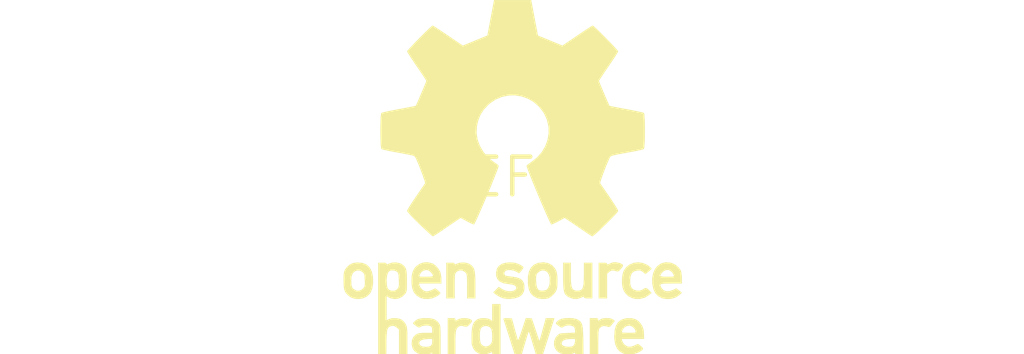
<source format=kicad_pcb>
(kicad_pcb (version 20240108) (generator pcbnew)
  (layers (0 "F.Cu" signal) (31 "B.Cu" signal) (34 "B.Paste" user) (35 "F.Paste" user) (36 "B.SilkS" user "B.Silkscreen") (37 "F.SilkS" user "F.Silkscreen") (38 "B.Mask" user) (39 "F.Mask" user) (44 "Edge.Cuts" user))
  (net 0 "")
  (footprint "OSHW-Logo_11.4x12mm_SilkScreen" (layer "F.Cu") (at 0 0)
    (property "Reference" "REF**")
    (property "Value" "OSHW-Logo_11.4x12mm_SilkScreen")
    (fp_poly (pts (xy 3.563637 2.887472) (xy 3.64929 2.913641) (xy 3.704437 2.946707) (xy 3.722401 2.972855) (xy 3.717457 3.003852) (xy 3.685372 3.052547) (xy 3.658243 3.087035) (xy 3.602317 3.149383) (xy 3.560299 3.175615) (xy 3.52448 3.173903) (xy 3.418224 3.146863) (xy 3.340189 3.148091) (xy 3.27682 3.178735) (xy 3.255546 3.19667) (xy 3.187451 3.259779) (xy 3.187451 4.083922) (xy 2.913529 4.083922) (xy 2.913529 2.888628) (xy 3.05049 2.888628) (xy 3.132719 2.891879) (xy 3.175144 2.903426) (xy 3.187445 2.925952) (xy 3.187451 2.92662) (xy 3.19326 2.950215) (xy 3.219531 2.947138) (xy 3.255931 2.930115) (xy 3.331111 2.898439) (xy 3.392158 2.879381) (xy 3.470708 2.874496) (xy 3.563637 2.887472)) (layer "F.SilkS") (stroke (width 0.01)) (fill solid))
    (fp_poly (pts (xy 3.238446 4.755883) (xy 3.334177 4.774755) (xy 3.388677 4.802699) (xy 3.446008 4.849123) (xy 3.364441 4.952111) (xy 3.31415 5.014479) (xy 3.280001 5.044907) (xy 3.246063 5.049555) (xy 3.196406 5.034586) (xy 3.173096 5.026117) (xy 3.078063 5.013622) (xy 2.991032 5.040406) (xy 2.927138 5.100915) (xy 2.916759 5.120208) (xy 2.905456 5.171314) (xy 2.896732 5.2655) (xy 2.890997 5.396089) (xy 2.88866 5.556405) (xy 2.888627 5.579211) (xy 2.888627 5.976471) (xy 2.614705 5.976471) (xy 2.614705 4.756275) (xy 2.751666 4.756275) (xy 2.830638 4.758337) (xy 2.871779 4.767513) (xy 2.886992 4.78829) (xy 2.888627 4.807886) (xy 2.888627 4.859497) (xy 2.95424 4.807886) (xy 3.029475 4.772675) (xy 3.130544 4.755265) (xy 3.238446 4.755883)) (layer "F.SilkS") (stroke (width 0.01)) (fill solid))
    (fp_poly (pts (xy -1.967236 4.758921) (xy -1.92997 4.770091) (xy -1.917957 4.794633) (xy -1.917451 4.805712) (xy -1.915296 4.836572) (xy -1.900449 4.841417) (xy -1.860343 4.82026) (xy -1.83652 4.805806) (xy -1.761362 4.77485) (xy -1.671594 4.759544) (xy -1.577471 4.758367) (xy -1.489246 4.769799) (xy -1.417174 4.79232) (xy -1.371508 4.824409) (xy -1.362502 4.864545) (xy -1.367047 4.875415) (xy -1.400179 4.920534) (xy -1.451555 4.976026) (xy -1.460848 4.984996) (xy -1.509818 5.026245) (xy -1.552069 5.039572) (xy -1.611159 5.030271) (xy -1.634831 5.02409) (xy -1.708496 5.009246) (xy -1.76029 5.015921) (xy -1.804031 5.039465) (xy -1.844098 5.071061) (xy -1.873608 5.110798) (xy -1.894116 5.166252) (xy -1.907176 5.245003) (xy -1.914344 5.354629) (xy -1.917176 5.502706) (xy -1.917451 5.592111) (xy -1.917451 5.976471) (xy -2.166471 5.976471) (xy -2.166471 4.756275) (xy -2.041961 4.756275) (xy -1.967236 4.758921)) (layer "F.SilkS") (stroke (width 0.01)) (fill solid))
    (fp_poly (pts (xy 1.967254 3.276245) (xy 1.969608 3.458879) (xy 1.978207 3.5976) (xy 1.99536 3.698147) (xy 2.023374 3.766254) (xy 2.064557 3.807659) (xy 2.121217 3.828097) (xy 2.191372 3.833318) (xy 2.264848 3.827468) (xy 2.320657 3.806093) (xy 2.361109 3.763458) (xy 2.388509 3.693825) (xy 2.405167 3.59146) (xy 2.413389 3.450624) (xy 2.41549 3.276245) (xy 2.41549 2.888628) (xy 2.689411 2.888628) (xy 2.689411 4.083922) (xy 2.552451 4.083922) (xy 2.469884 4.080576) (xy 2.427368 4.068826) (xy 2.41549 4.04652) (xy 2.408336 4.026654) (xy 2.379865 4.030857) (xy 2.322476 4.058971) (xy 2.190945 4.102342) (xy 2.051438 4.09927) (xy 1.917765 4.052174) (xy 1.854108 4.014971) (xy 1.805553 3.974691) (xy 1.770081 3.924291) (xy 1.745674 3.856729) (xy 1.730313 3.764965) (xy 1.721982 3.641955) (xy 1.718662 3.480659) (xy 1.718235 3.355928) (xy 1.718235 2.888628) (xy 1.967254 2.888628) (xy 1.967254 3.276245)) (layer "F.SilkS") (stroke (width 0.01)) (fill solid))
    (fp_poly (pts (xy -1.49324 2.909199) (xy -1.431264 2.938802) (xy -1.371241 2.981561) (xy -1.325514 3.030775) (xy -1.292207 3.093544) (xy -1.269445 3.176971) (xy -1.255353 3.288159) (xy -1.248058 3.434209) (xy -1.245682 3.622223) (xy -1.245645 3.641912) (xy -1.245098 4.083922) (xy -1.51902 4.083922) (xy -1.51902 3.676435) (xy -1.519215 3.525471) (xy -1.520564 3.416056) (xy -1.524212 3.339933) (xy -1.531304 3.288848) (xy -1.542987 3.254545) (xy -1.560406 3.228768) (xy -1.584671 3.203298) (xy -1.669565 3.148571) (xy -1.762239 3.138416) (xy -1.850527 3.173017) (xy -1.88123 3.19877) (xy -1.903771 3.222982) (xy -1.919954 3.248912) (xy -1.930832 3.284708) (xy -1.937458 3.338519) (xy -1.940885 3.418493) (xy -1.942166 3.532779) (xy -1.942353 3.671907) (xy -1.942353 4.083922) (xy -2.216275 4.083922) (xy -2.216275 2.888628) (xy -2.079314 2.888628) (xy -1.997084 2.891879) (xy -1.95466 2.903426) (xy -1.942359 2.925952) (xy -1.942353 2.92662) (xy -1.936646 2.948681) (xy -1.911473 2.946177) (xy -1.861422 2.921937) (xy -1.747906 2.886271) (xy -1.618055 2.882305) (xy -1.49324 2.909199)) (layer "F.SilkS") (stroke (width 0.01)) (fill solid))
    (fp_poly (pts (xy 4.390976 2.899056) (xy 4.535256 2.960348) (xy 4.580699 2.990185) (xy 4.638779 3.036036) (xy 4.675238 3.072089) (xy 4.681568 3.083832) (xy 4.663693 3.109889) (xy 4.61795 3.154105) (xy 4.581328 3.184965) (xy 4.481088 3.26552) (xy 4.401935 3.198918) (xy 4.340769 3.155921) (xy 4.281129 3.141079) (xy 4.212872 3.144704) (xy 4.104482 3.171652) (xy 4.029872 3.227587) (xy 3.98453 3.318014) (xy 3.963947 3.448435) (xy 3.963942 3.448517) (xy 3.965722 3.59429) (xy 3.993387 3.701245) (xy 4.048571 3.774064) (xy 4.086192 3.798723) (xy 4.186105 3.829431) (xy 4.292822 3.829449) (xy 4.385669 3.799655) (xy 4.407647 3.785098) (xy 4.462765 3.747914) (xy 4.505859 3.74182) (xy 4.552335 3.769496) (xy 4.603716 3.819205) (xy 4.685046 3.903116) (xy 4.594749 3.977546) (xy 4.455236 4.061549) (xy 4.297912 4.102947) (xy 4.133503 4.09995) (xy 4.025531 4.0725) (xy 3.899331 4.00462) (xy 3.798401 3.897831) (xy 3.752548 3.822451) (xy 3.71541 3.714297) (xy 3.696827 3.577318) (xy 3.696684 3.428864) (xy 3.714865 3.286281) (xy 3.751255 3.166918) (xy 3.756987 3.15468) (xy 3.841865 3.034655) (xy 3.956782 2.947267) (xy 4.092659 2.894329) (xy 4.240417 2.877654) (xy 4.390976 2.899056)) (layer "F.SilkS") (stroke (width 0.01)) (fill solid))
    (fp_poly (pts (xy 1.209547 2.903364) (xy 1.335502 2.971959) (xy 1.434047 3.080245) (xy 1.480478 3.168315) (xy 1.500412 3.246101) (xy 1.513328 3.356993) (xy 1.518863 3.484738) (xy 1.516654 3.613084) (xy 1.506337 3.725779) (xy 1.494286 3.785969) (xy 1.453634 3.868311) (xy 1.38323 3.95577) (xy 1.298382 4.032251) (xy 1.214397 4.081655) (xy 1.212349 4.082439) (xy 1.108134 4.104027) (xy 0.984627 4.104562) (xy 0.867261 4.084908) (xy 0.821942 4.069155) (xy 0.70522 4.002966) (xy 0.621624 3.916246) (xy 0.566701 3.801438) (xy 0.535995 3.650982) (xy 0.529047 3.572173) (xy 0.529933 3.473145) (xy 0.796862 3.473145) (xy 0.805854 3.617645) (xy 0.831736 3.72776) (xy 0.872868 3.798116) (xy 0.902172 3.818235) (xy 0.977251 3.832265) (xy 1.066494 3.828111) (xy 1.14365 3.807922) (xy 1.163883 3.796815) (xy 1.217265 3.732123) (xy 1.2525 3.633119) (xy 1.267498 3.512632) (xy 1.260172 3.383494) (xy 1.243799 3.305775) (xy 1.19679 3.215771) (xy 1.122582 3.159509) (xy 1.033209 3.140057) (xy 0.940707 3.160481) (xy 0.869653 3.210437) (xy 0.832312 3.251655) (xy 0.810518 3.292281) (xy 0.80013 3.347264) (xy 0.797006 3.431549) (xy 0.796862 3.473145) (xy 0.529933 3.473145) (xy 0.53093 3.361874) (xy 0.56518 3.189423) (xy 0.631802 3.054814) (xy 0.730799 2.95804) (xy 0.862175 2.899094) (xy 0.890385 2.892259) (xy 1.059926 2.876213) (xy 1.209547 2.903364)) (layer "F.SilkS") (stroke (width 0.01)) (fill solid))
    (fp_poly (pts (xy 0.557528 4.761332) (xy 0.656014 4.768726) (xy 0.784776 5.154706) (xy 0.913537 5.540686) (xy 0.953911 5.403726) (xy 0.978207 5.319083) (xy 1.010167 5.204697) (xy 1.044679 5.078963) (xy 1.062928 5.01152) (xy 1.131571 4.756275) (xy 1.414773 4.756275) (xy 1.330122 5.023971) (xy 1.288435 5.155638) (xy 1.238074 5.314458) (xy 1.185481 5.480128) (xy 1.13853 5.627843) (xy 1.031589 5.96402) (xy 0.800661 5.979044) (xy 0.73805 5.772316) (xy 0.699438 5.643896) (xy 0.6573 5.502322) (xy 0.620472 5.377285) (xy 0.619018 5.372309) (xy 0.591511 5.287586) (xy 0.567242 5.229778) (xy 0.550243 5.207918) (xy 0.54675 5.210446) (xy 0.53449 5.244336) (xy 0.511195 5.31693) (xy 0.4797 5.419101) (xy 0.442842 5.54172) (xy 0.422899 5.609167) (xy 0.314895 5.976471) (xy 0.085679 5.976471) (xy -0.097561 5.3975) (xy -0.149037 5.235091) (xy -0.19593 5.087602) (xy -0.236023 4.96196) (xy -0.267103 4.865095) (xy -0.286955 4.803934) (xy -0.292989 4.786065) (xy -0.288212 4.767768) (xy -0.250703 4.759755) (xy -0.172645 4.760557) (xy -0.160426 4.761163) (xy -0.015674 4.768726) (xy 0.07913 5.117353) (xy 0.113977 5.244497) (xy 0.145117 5.356265) (xy 0.169809 5.442953) (xy 0.185312 5.494856) (xy 0.188176 5.503318) (xy 0.200046 5.493587) (xy 0.223983 5.443172) (xy 0.257239 5.358935) (xy 0.297064 5.247741) (xy 0.33073 5.147297) (xy 0.459041 4.753939) (xy 0.557528 4.761332)) (layer "F.SilkS") (stroke (width 0.01)) (fill solid))
    (fp_poly (pts (xy -5.026753 2.901568) (xy -4.896478 2.959163) (xy -4.797581 3.055334) (xy -4.729918 3.190229) (xy -4.693345 3.363996) (xy -4.690724 3.391126) (xy -4.68867 3.582408) (xy -4.715301 3.750073) (xy -4.768999 3.885967) (xy -4.797753 3.929681) (xy -4.897909 4.022198) (xy -5.025463 4.082119) (xy -5.168163 4.106985) (xy -5.31376 4.094339) (xy -5.424438 4.055391) (xy -5.519616 3.989755) (xy -5.597406 3.903699) (xy -5.598751 3.901685) (xy -5.630343 3.84857) (xy -5.650873 3.79516) (xy -5.663305 3.727754) (xy -5.670603 3.632653) (xy -5.673818 3.554666) (xy -5.675156 3.483944) (xy -5.426186 3.483944) (xy -5.423753 3.554348) (xy -5.41492 3.648068) (xy -5.399336 3.708214) (xy -5.371234 3.751006) (xy -5.344914 3.776002) (xy -5.251608 3.828338) (xy -5.15398 3.835333) (xy -5.063058 3.797676) (xy -5.017598 3.755479) (xy -4.984838 3.712956) (xy -4.965677 3.672267) (xy -4.957267 3.619314) (xy -4.956763 3.539997) (xy -4.959355 3.46695) (xy -4.964929 3.362601) (xy -4.973766 3.29492) (xy -4.989693 3.250774) (xy -5.016538 3.217031) (xy -5.037811 3.197746) (xy -5.126794 3.147086) (xy -5.222789 3.14456) (xy -5.303281 3.174567) (xy -5.371947 3.237231) (xy -5.412856 3.340168) (xy -5.426186 3.483944) (xy -5.675156 3.483944) (xy -5.676754 3.399582) (xy -5.67174 3.2836) (xy -5.656717 3.196367) (xy -5.629624 3.12753) (xy -5.5884 3.066737) (xy -5.573115 3.048686) (xy -5.477546 2.958746) (xy -5.375039 2.906211) (xy -5.249679 2.884201) (xy -5.18855 2.882402) (xy -5.026753 2.901568)) (layer "F.SilkS") (stroke (width 0.01)) (fill solid))
    (fp_poly (pts (xy -0.398432 5.976471) (xy -0.535393 5.976471) (xy -0.614889 5.97414) (xy -0.656292 5.964488) (xy -0.671199 5.943525) (xy -0.672353 5.929351) (xy -0.674867 5.900927) (xy -0.69072 5.895475) (xy -0.732379 5.912998) (xy -0.764776 5.929351) (xy -0.889151 5.968103) (xy -1.024354 5.970346) (xy -1.134274 5.941444) (xy -1.236634 5.871619) (xy -1.31466 5.768555) (xy -1.357386 5.646989) (xy -1.358474 5.640192) (xy -1.364822 5.566032) (xy -1.367979 5.45957) (xy -1.367725 5.379052) (xy -1.095711 5.379052) (xy -1.08941 5.48607) (xy -1.075075 5.574278) (xy -1.055669 5.62409) (xy -0.982254 5.692162) (xy -0.895086 5.716564) (xy -0.805196 5.696831) (xy -0.728383 5.637968) (xy -0.699292 5.598379) (xy -0.682283 5.551138) (xy -0.674316 5.482181) (xy -0.672353 5.378607) (xy -0.675866 5.276039) (xy -0.685143 5.185921) (xy -0.698294 5.125613) (xy -0.700486 5.120208) (xy -0.753522 5.05594) (xy -0.830933 5.020656) (xy -0.917546 5.014959) (xy -0.998193 5.039453) (xy -1.057703 5.094742) (xy -1.063876 5.105743) (xy -1.083199 5.172827) (xy -1.093726 5.269284) (xy -1.095711 5.379052) (xy -1.367725 5.379052) (xy -1.367596 5.338225) (xy -1.365806 5.272918) (xy -1.353627 5.111355) (xy -1.328315 4.990053) (xy -1.286207 4.900379) (xy -1.223641 4.833699) (xy -1.1629 4.794557) (xy -1.078036 4.76704) (xy -0.972485 4.757603) (xy -0.864402 4.76529) (xy -0.771942 4.789146) (xy -0.72309 4.817685) (xy -0.672353 4.863601) (xy -0.672353 4.283137) (xy -0.398432 4.283137) (xy -0.398432 5.976471)) (layer "F.SilkS") (stroke (width 0.01)) (fill solid))
    (fp_poly (pts (xy 5.303287 2.884355) (xy 5.367051 2.899845) (xy 5.4893 2.956569) (xy 5.593834 3.043202) (xy 5.66618 3.147074) (xy 5.676119 3.170396) (xy 5.689754 3.231484) (xy 5.699298 3.321853) (xy 5.702549 3.41319) (xy 5.702549 3.585882) (xy 5.34147 3.585882) (xy 5.192546 3.586445) (xy 5.087632 3.589864) (xy 5.020937 3.598731) (xy 4.986666 3.615641) (xy 4.979028 3.643189) (xy 4.992229 3.683968) (xy 5.015877 3.731683) (xy 5.081843 3.811314) (xy 5.173512 3.850987) (xy 5.285555 3.849695) (xy 5.412472 3.806514) (xy 5.522158 3.753224) (xy 5.613173 3.825191) (xy 5.704188 3.897157) (xy 5.618563 3.976269) (xy 5.50425 4.051017) (xy 5.363666 4.096084) (xy 5.212449 4.108696) (xy 5.066236 4.086079) (xy 5.042647 4.078405) (xy 4.914141 4.011296) (xy 4.818551 3.911247) (xy 4.753861 3.775271) (xy 4.718057 3.60038) (xy 4.71764 3.596632) (xy 4.714434 3.406032) (xy 4.727393 3.338035) (xy 4.980392 3.338035) (xy 5.003627 3.348491) (xy 5.06671 3.3565) (xy 5.159706 3.361073) (xy 5.218638 3.361765) (xy 5.328537 3.361332) (xy 5.397252 3.358578) (xy 5.433405 3.351321) (xy 5.445615 3.337376) (xy 5.442504 3.314562) (xy 5.439894 3.305735) (xy 5.395344 3.2228) (xy 5.325279 3.15596) (xy 5.263446 3.126589) (xy 5.181301 3.128362) (xy 5.098062 3.16499) (xy 5.028238 3.225634) (xy 4.986337 3.299456) (xy 4.980392 3.338035) (xy 4.727393 3.338035) (xy 4.746385 3.238395) (xy 4.809773 3.097711) (xy 4.900878 2.987974) (xy 5.015978 2.913174) (xy 5.151355 2.877304) (xy 5.303287 2.884355)) (layer "F.SilkS") (stroke (width 0.01)) (fill solid))
    (fp_poly (pts (xy 0.027759 2.884345) (xy 0.122059 2.902229) (xy 0.21989 2.939633) (xy 0.230343 2.944402) (xy 0.304531 2.983412) (xy 0.35591 3.019664) (xy 0.372517 3.042887) (xy 0.356702 3.080761) (xy 0.318288 3.136644) (xy 0.301237 3.157505) (xy 0.230969 3.239618) (xy 0.140379 3.186168) (xy 0.054164 3.150561) (xy -0.045451 3.131529) (xy -0.140981 3.130326) (xy -0.214939 3.14821) (xy -0.232688 3.159373) (xy -0.266488 3.210553) (xy -0.270596 3.269509) (xy -0.245304 3.315567) (xy -0.230344 3.324499) (xy -0.185514 3.335592) (xy -0.106714 3.34863) (xy -0.009574 3.361088) (xy 0.008346 3.363042) (xy 0.164365 3.39003) (xy 0.277523 3.435873) (xy 0.352569 3.504803) (xy 0.394253 3.601054) (xy 0.407238 3.718617) (xy 0.389299 3.852254) (xy 0.33105 3.957195) (xy 0.232255 4.03363) (xy 0.092682 4.081748) (xy -0.062255 4.100732) (xy -0.188602 4.100504) (xy -0.291087 4.083262) (xy -0.361079 4.059457) (xy -0.449517 4.017978) (xy -0.531246 3.969842) (xy -0.560295 3.948655) (xy -0.635 3.887676) (xy -0.544902 3.796508) (xy -0.454804 3.705339) (xy -0.352368 3.773128) (xy -0.249626 3.824042) (xy -0.139913 3.850673) (xy -0.034449 3.853483) (xy 0.055546 3.832935) (xy 0.118854 3.789493) (xy 0.139296 3.752838) (xy 0.136229 3.694053) (xy 0.085434 3.649099) (xy -0.012952 3.618057) (xy -0.120744 3.60371) (xy -0.286635 3.576337) (xy -0.409876 3.524693) (xy -0.492114 3.447266) (xy -0.534999 3.342544) (xy -0.54094 3.218387) (xy -0.511594 3.088702) (xy -0.444691 2.990677) (xy -0.339629 2.923866) (xy -0.19581 2.88782) (xy -0.089262 2.880754) (xy 0.027759 2.884345)) (layer "F.SilkS") (stroke (width 0.01)) (fill solid))
    (fp_poly (pts (xy 4.025307 4.762784) (xy 4.144337 4.793731) (xy 4.244021 4.8576) (xy 4.292288 4.905313) (xy 4.371408 5.018106) (xy 4.416752 5.14895) (xy 4.43233 5.309792) (xy 4.43241 5.322794) (xy 4.432549 5.45353) (xy 3.680091 5.45353) (xy 3.69613 5.52201) (xy 3.725091 5.584031) (xy 3.775778 5.648654) (xy 3.786379 5.658971) (xy 3.877494 5.714805) (xy 3.9814 5.724275) (xy 4.101 5.68754) (xy 4.121274 5.677647) (xy 4.183456 5.647574) (xy 4.225106 5.63044) (xy 4.232373 5.628855) (xy 4.25774 5.644242) (xy 4.30612 5.681887) (xy 4.330679 5.702459) (xy 4.38157 5.749714) (xy 4.398281 5.780917) (xy 4.386683 5.80962) (xy 4.380483 5.817468) (xy 4.338493 5.851819) (xy 4.269206 5.893565) (xy 4.220882 5.917935) (xy 4.083711 5.960873) (xy 3.931847 5.974786) (xy 3.788024 5.9583) (xy 3.747745 5.946496) (xy 3.623078 5.879689) (xy 3.530671 5.776892) (xy 3.46999 5.637105) (xy 3.440498 5.45933) (xy 3.43726 5.366373) (xy 3.446714 5.231033) (xy 3.68549 5.231033) (xy 3.708584 5.241038) (xy 3.770662 5.248888) (xy 3.860914 5.253521) (xy 3.922058 5.254314) (xy 4.03204 5.253549) (xy 4.101457 5.24997) (xy 4.139538 5.241649) (xy 4.155515 5.226657) (xy 4.158627 5.204903) (xy 4.137278 5.137892) (xy 4.083529 5.071664) (xy 4.012822 5.020832) (xy 3.942089 5.000038) (xy 3.846016 5.018484) (xy 3.762849 5.071811) (xy 3.705186 5.148677) (xy 3.68549 5.231033) (xy 3.446714 5.231033) (xy 3.451028 5.169291) (xy 3.49352 5.012271) (xy 3.565635 4.894069) (xy 3.668273 4.81344) (xy 3.802332 4.769139) (xy 3.874957 4.760607) (xy 4.025307 4.762784)) (layer "F.SilkS") (stroke (width 0.01)) (fill solid))
    (fp_poly (pts (xy -2.686796 2.916354) (xy -2.661981 2.928037) (xy -2.576094 2.990951) (xy -2.494879 3.082769) (xy -2.434236 3.183868) (xy -2.416988 3.230349) (xy -2.401251 3.313376) (xy -2.391867 3.413713) (xy -2.390728 3.455147) (xy -2.390589 3.585882) (xy -3.143047 3.585882) (xy -3.127007 3.654363) (xy -3.087637 3.735355) (xy -3.018806 3.805351) (xy -2.936919 3.850441) (xy -2.884737 3.859804) (xy -2.813971 3.848441) (xy -2.72954 3.819943) (xy -2.700858 3.806831) (xy -2.594791 3.753858) (xy -2.504272 3.822901) (xy -2.452039 3.869597) (xy -2.424247 3.90814) (xy -2.42284 3.919452) (xy -2.447668 3.946868) (xy -2.502083 3.988532) (xy -2.551472 4.021037) (xy -2.684748 4.079468) (xy -2.834161 4.105915) (xy -2.982249 4.099039) (xy -3.100295 4.063096) (xy -3.221982 3.986101) (xy -3.30846 3.884728) (xy -3.362559 3.75357) (xy -3.387109 3.587224) (xy -3.389286 3.511108) (xy -3.380573 3.336685) (xy -3.379503 3.331611) (xy -3.130173 3.331611) (xy -3.123306 3.347968) (xy -3.095083 3.356988) (xy -3.036873 3.360854) (xy -2.940042 3.361749) (xy -2.902757 3.361765) (xy -2.789317 3.360413) (xy -2.717378 3.355505) (xy -2.678687 3.34576) (xy -2.664995 3.329899) (xy -2.66451 3.324805) (xy -2.680137 3.284326) (xy -2.719247 3.227621) (xy -2.736061 3.207766) (xy -2.798481 3.151611) (xy -2.863547 3.129532) (xy -2.898603 3.127686) (xy -2.993442 3.150766) (xy -3.072973 3.212759) (xy -3.123423 3.302802) (xy -3.124317 3.305735) (xy -3.130173 3.331611) (xy -3.379503 3.331611) (xy -3.351601 3.199343) (xy -3.29941 3.089461) (xy -3.235579 3.011461) (xy -3.117567 2.926882) (xy -2.978842 2.881686) (xy -2.83129 2.8776) (xy -2.686796 2.916354)) (layer "F.SilkS") (stroke (width 0.01)) (fill solid))
    (fp_poly (pts (xy 2.056459 4.763669) (xy 2.16142 4.789163) (xy 2.191761 4.802669) (xy 2.250573 4.838046) (xy 2.295709 4.87789) (xy 2.329106 4.92912) (xy 2.352701 4.998654) (xy 2.368433 5.093409) (xy 2.378239 5.220305) (xy 2.384057 5.386258) (xy 2.386266 5.497108) (xy 2.394396 5.976471) (xy 2.255531 5.976471) (xy 2.171287 5.972938) (xy 2.127884 5.960866) (xy 2.116666 5.940594) (xy 2.110744 5.918674) (xy 2.084266 5.922865) (xy 2.048186 5.940441) (xy 1.957862 5.967382) (xy 1.841777 5.974642) (xy 1.71968 5.962767) (xy 1.611321 5.932305) (xy 1.601602 5.928077) (xy 1.502568 5.858505) (xy 1.437281 5.761789) (xy 1.40724 5.648738) (xy 1.409535 5.608122) (xy 1.654633 5.608122) (xy 1.676229 5.662782) (xy 1.740259 5.701952) (xy 1.843565 5.722974) (xy 1.898774 5.725766) (xy 1.990782 5.71862) (xy 2.051941 5.690848) (xy 2.066862 5.677647) (xy 2.107287 5.605829) (xy 2.116666 5.540686) (xy 2.116666 5.45353) (xy 1.995269 5.45353) (xy 1.854153 5.460722) (xy 1.755173 5.483345) (xy 1.692633 5.522964) (xy 1.678631 5.540628) (xy 1.654633 5.608122) (xy 1.409535 5.608122) (xy 1.413941 5.530157) (xy 1.45888 5.416855) (xy 1.520196 5.340285) (xy 1.557332 5.307181) (xy 1.593687 5.285425) (xy 1.64099 5.272161) (xy 1.710973 5.264528) (xy 1.815364 5.25967) (xy 1.85677 5.258273) (xy 2.116666 5.24978) (xy 2.116285 5.171116) (xy 2.106219 5.088428) (xy 2.069829 5.038431) (xy 1.996311 5.006489) (xy 1.994339 5.00592) (xy 1.890105 4.993361) (xy 1.788108 5.009766) (xy 1.712305 5.049657) (xy 1.68189 5.069354) (xy 1.649132 5.066629) (xy 1.598721 5.038091) (xy 1.569119 5.01795) (xy 1.511218 4.974919) (xy 1.475352 4.942662) (xy 1.469597 4.933427) (xy 1.493295 4.885636) (xy 1.563313 4.828562) (xy 1.593725 4.809305) (xy 1.681155 4.77614) (xy 1.798983 4.75735) (xy 1.929866 4.753129) (xy 2.056459 4.763669)) (layer "F.SilkS") (stroke (width 0.01)) (fill solid))
    (fp_poly (pts (xy -2.74128 4.765922) (xy -2.62413 4.79718) (xy -2.534949 4.853837) (xy -2.472016 4.928045) (xy -2.452452 4.959716) (xy -2.438008 4.992891) (xy -2.427911 5.035329) (xy -2.421385 5.094788) (xy -2.417658 5.179029) (xy -2.415954 5.29581) (xy -2.4155 5.45289) (xy -2.415491 5.494565) (xy -2.415491 5.976471) (xy -2.53502 5.976471) (xy -2.611261 5.971131) (xy -2.667634 5.957604) (xy -2.681758 5.949262) (xy -2.72037 5.934864) (xy -2.759808 5.949262) (xy -2.824738 5.967237) (xy -2.919055 5.974472) (xy -3.023593 5.971333) (xy -3.119189 5.958186) (xy -3.175 5.941318) (xy -3.283002 5.871986) (xy -3.350497 5.775772) (xy -3.380841 5.647844) (xy -3.381123 5.644559) (xy -3.37846 5.587808) (xy -3.137647 5.587808) (xy -3.116595 5.652358) (xy -3.082303 5.688686) (xy -3.013468 5.716162) (xy -2.92261 5.727129) (xy -2.829958 5.721731) (xy -2.755744 5.70011) (xy -2.734951 5.686239) (xy -2.698619 5.622143) (xy -2.689412 5.549278) (xy -2.689412 5.45353) (xy -2.827173 5.45353) (xy -2.958047 5.463605) (xy -3.057259 5.492148) (xy -3.118977 5.536639) (xy -3.137647 5.587808) (xy -3.37846 5.587808) (xy -3.374564 5.50479) (xy -3.328466 5.394282) (xy -3.2418 5.310712) (xy -3.229821 5.30311) (xy -3.178345 5.278357) (xy -3.114632 5.263368) (xy -3.025565 5.256082) (xy -2.919755 5.254407) (xy -2.689412 5.254314) (xy -2.689412 5.157755) (xy -2.699183 5.082836) (xy -2.724116 5.032644) (xy -2.727035 5.029972) (xy -2.782519 5.008015) (xy -2.866273 4.999505) (xy -2.958833 5.003687) (xy -3.04073 5.019809) (xy -3.089327 5.04399) (xy -3.115659 5.063359) (xy -3.143465 5.067057) (xy -3.181839 5.051188) (xy -3.239875 5.011855) (xy -3.326669 4.945164) (xy -3.334635 4.938916) (xy -3.330553 4.9158) (xy -3.296499 4.877352) (xy -3.24474 4.834627) (xy -3.187545 4.798679) (xy -3.169575 4.790191) (xy -3.104028 4.773252) (xy -3.00798 4.76117) (xy -2.900671 4.756323) (xy -2.895653 4.756313) (xy -2.74128 4.765922)) (layer "F.SilkS") (stroke (width 0.01)) (fill solid))
    (fp_poly (pts (xy -3.780091 2.90956) (xy -3.727588 2.935499) (xy -3.662842 2.9807) (xy -3.615653 3.029991) (xy -3.583335 3.091885) (xy -3.563203 3.174896) (xy -3.55257 3.287538) (xy -3.548753 3.438324) (xy -3.54853 3.503149) (xy -3.549182 3.645221) (xy -3.551888 3.746757) (xy -3.557776 3.817015) (xy -3.567973 3.865256) (xy -3.583606 3.900738) (xy -3.599872 3.924943) (xy -3.703705 4.027929) (xy -3.825979 4.089874) (xy -3.957886 4.108506) (xy -4.090616 4.081549) (xy -4.132667 4.062486) (xy -4.233334 4.010015) (xy -4.233334 4.832259) (xy -4.159865 4.794267) (xy -4.063059 4.764872) (xy -3.944072 4.757342) (xy -3.825255 4.771245) (xy -3.735527 4.802476) (xy -3.661101 4.861954) (xy -3.59751 4.947066) (xy -3.592729 4.955805) (xy -3.572563 4.996966) (xy -3.557835 5.038454) (xy -3.547697 5.088713) (xy -3.541301 5.156184) (xy -3.537799 5.249309) (xy -3.536342 5.376531) (xy -3.536079 5.519701) (xy -3.536079 5.976471) (xy -3.81 5.976471) (xy -3.81 5.134231) (xy -3.886617 5.069763) (xy -3.966207 5.018194) (xy -4.041578 5.008818) (xy -4.117367 5.032947) (xy -4.157759 5.056574) (xy -4.187821 5.090227) (xy -4.209203 5.141087) (xy -4.22355 5.216334) (xy -4.23251 5.323146) (xy -4.23773 5.468704) (xy -4.239569 5.565588) (xy -4.245785 5.96402) (xy -4.37652 5.971547) (xy -4.507255 5.979073) (xy -4.507255 3.506582) (xy -4.233334 3.506582) (xy -4.22635 3.644423) (xy -4.202818 3.740107) (xy -4.158865 3.799641) (xy -4.090618 3.829029) (xy -4.021667 3.834902) (xy -3.943614 3.828154) (xy -3.891811 3.801594) (xy -3.859417 3.766499) (xy -3.833916 3.728752) (xy -3.818735 3.6867) (xy -3.811981 3.627779) (xy -3.811759 3.539428) (xy -3.814032 3.465448) (xy -3.819251 3.354) (xy -3.827021 3.280833) (xy -3.840105 3.234422) (xy -3.861268 3.203244) (xy -3.88124 3.185223) (xy -3.964686 3.145925) (xy -4.063449 3.139579) (xy -4.120159 3.153116) (xy -4.176308 3.201233) (xy -4.213501 3.294833) (xy -4.231528 3.433254) (xy -4.233334 3.506582) (xy -4.507255 3.506582) (xy -4.507255 2.888628) (xy -4.370295 2.888628) (xy -4.288065 2.891879) (xy -4.24564 2.903426) (xy -4.233339 2.925952) (xy -4.233334 2.92662) (xy -4.227626 2.948681) (xy -4.202453 2.946176) (xy -4.152402 2.921935) (xy -4.035781 2.884851) (xy -3.904571 2.880953) (xy -3.780091 2.90956)) (layer "F.SilkS") (stroke (width 0.01)) (fill solid))
    (fp_poly (pts (xy 0.746535 -5.366828) (xy 0.859117 -4.769637) (xy 1.274531 -4.59839) (xy 1.689944 -4.427143) (xy 2.188302 -4.766022) (xy 2.327868 -4.860378) (xy 2.454028 -4.944625) (xy 2.560895 -5.014917) (xy 2.642582 -5.067408) (xy 2.693201 -5.098251) (xy 2.706986 -5.104902) (xy 2.73182 -5.087797) (xy 2.784888 -5.040511) (xy 2.86024 -4.969083) (xy 2.951929 -4.879555) (xy 3.054007 -4.777966) (xy 3.160526 -4.670357) (xy 3.265536 -4.562768) (xy 3.363091 -4.46124) (xy 3.447242 -4.371814) (xy 3.51204 -4.300529) (xy 3.551538 -4.253427) (xy 3.56098 -4.237663) (xy 3.547391 -4.208602) (xy 3.509293 -4.144934) (xy 3.450694 -4.052888) (xy 3.375597 -3.938691) (xy 3.288009 -3.808571) (xy 3.237254 -3.734354) (xy 3.144745 -3.598833) (xy 3.06254 -3.476539) (xy 2.99463 -3.37356) (xy 2.945 -3.295982) (xy 2.91764 -3.249894) (xy 2.913529 -3.240208) (xy 2.922849 -3.212681) (xy 2.948254 -3.148527) (xy 2.985911 -3.056765) (xy 3.031986 -2.946416) (xy 3.082646 -2.8265) (xy 3.134059 -2.706036) (xy 3.182389 -2.594046) (xy 3.223806 -2.499548) (xy 3.254474 -2.431563) (xy 3.270562 -2.399112) (xy 3.271511 -2.397835) (xy 3.296772 -2.391638) (xy 3.364046 -2.377815) (xy 3.46636 -2.357723) (xy 3.596741 -2.332721) (xy 3.748216 -2.304169) (xy 3.836594 -2.287704) (xy 3.998452 -2.256886) (xy 4.144649 -2.227561) (xy 4.267787 -2.201334) (xy 4.360469 -2.179809) (xy 4.415301 -2.16459) (xy 4.426323 -2.159762) (xy 4.437119 -2.127081) (xy 4.445829 -2.05327) (xy 4.45246 -1.946963) (xy 4.457018 -1.816788) (xy 4.459509 -1.671379) (xy 4.459938 -1.519365) (xy 4.458311 -1.369378) (xy 4.454635 -1.230049) (xy 4.448915 -1.11001) (xy 4.441158 -1.01789) (xy 4.431368 -0.962323) (xy 4.425496 -0.950755) (xy 4.390399 -0.93689) (xy 4.316028 -0.917067) (xy 4.212223 -0.893616) (xy 4.088819 -0.868864) (xy 4.045741 -0.860857) (xy 3.838047 -0.822814) (xy 3.673984 -0.792176) (xy 3.54813 -0.767726) (xy 3.455065 -0.748246) (xy 3.389367 -0.732519) (xy 3.345617 -0.719327) (xy 3.318392 -0.707451) (xy 3.302272 -0.695675) (xy 3.300017 -0.693347) (xy 3.277503 -0.655855) (xy 3.243158 -0.58289) (xy 3.200411 -0.483388) (xy 3.152692 -0.366282) (xy 3.10343 -0.240507) (xy 3.056055 -0.114998) (xy 3.013995 0.00131) (xy 2.98068 0.099484) (xy 2.959541 0.170588) (xy 2.954005 0.205687) (xy 2.954466 0.206917) (xy 2.973223 0.235606) (xy 3.015776 0.29873) (xy 3.077653 0.389718) (xy 3.154382 0.502) (xy 3.241491 0.629005) (xy 3.266299 0.665098) (xy 3.354753 0.795948) (xy 3.432588 0.915336) (xy 3.495566 1.016407) (xy 3.539445 1.092304) (xy 3.559985 1.136172) (xy 3.56098 1.141562) (xy 3.543722 1.169889) (xy 3.496036 1.226006) (xy 3.42405 1.303882) (xy 3.333897 1.397485) (xy 3.231705 1.500786) (xy 3.123606 1.607751) (xy 3.015728 1.712351) (xy 2.914204 1.808554) (xy 2.825162 1.890329) (xy 2.754733 1.951645) (xy 2.709047 1.986471) (xy 2.696409 1.992157) (xy 2.666991 1.978765) (xy 2.606761 1.942644) (xy 2.52553 1.889881) (xy 2.46303 1.847412) (xy 2.349785 1.769485) (xy 2.215674 1.677729) (xy 2.081155 1.58612) (xy 2.008833 1.537091) (xy 1.764038 1.371515) (xy 1.558551 1.48262) (xy 1.464936 1.531293) (xy 1.38533 1.569126) (xy 1.331467 1.590703) (xy 1.317757 1.593706) (xy 1.30127 1.571538) (xy 1.268745 1.508894) (xy 1.222609 1.411554) (xy 1.16529 1.285294) (xy 1.099216 1.135895) (xy 1.026815 0.969133) (xy 0.950516 0.790787) (xy 0.872746 0.606636) (xy 0.795934 0.422457) (xy 0.722506 0.24403) (xy 0.654892 0.077132) (xy 0.59552 -0.072458) (xy 0.546816 -0.198962) (xy 0.51121 -0.296601) (xy 0.49113 -0.359598) (xy 0.4879 -0.381234) (xy 0.513496 -0.408831) (xy 0.569539 -0.45363) (xy 0.644311 -0.506321) (xy 0.650587 -0.51049) (xy 0.843845 -0.665186) (xy 0.999674 -0.845664) (xy 1.116724 -1.046153) (xy 1.193645 -1.260881) (xy 1.229086 -1.484078) (xy 1.221697 -1.709974) (xy 1.170127 -1.932796) (xy 1.073026 -2.146776) (xy 1.044458 -2.193591) (xy 0.895868 -2.382637) (xy 0.720327 -2.534443) (xy 0.52391 -2.648221) (xy 0.312693 -2.72318) (xy 0.092753 -2.758533) (xy -0.129837 -2.753488) (xy -0.348999 -2.707256) (xy -0.558658 -2.619049) (xy -0.752739 -2.488076) (xy -0.812774 -2.434918) (xy -0.965565 -2.268516) (xy -1.076903 -2.093343) (xy -1.153277 -1.896989) (xy -1.195813 -1.702538) (xy -1.206314 -1.483913) (xy -1.171299 -1.264203) (xy -1.094327 -1.050835) (xy -0.978953 -0.851233) (xy -0.828734 -0.672826) (xy -0.647227 -0.523038) (xy -0.623373 -0.507249) (xy -0.547799 -0.455543) (xy -0.490349 -0.410743) (xy -0.462883 -0.382138) (xy -0.462483 -0.381234) (xy -0.46838 -0.350291) (xy -0.491755 -0.280064) (xy -0.530179 -0.17633) (xy -0.581223 -0.044865) (xy -0.642458 0.108552) (xy -0.711456 0.278146) (xy -0.785786 0.458138) (xy -0.863022 0.642753) (xy -0.940732 0.826213) (xy -1.016489 1.002741) (xy -1.087863 1.166559) (xy -1.152426 1.311892) (xy -1.207748 1.432962) (xy -1.2514 1.523992) (xy -1.280954 1.579205) (xy -1.292856 1.593706) (xy -1.329223 1.582414) (xy -1.39727 1.55213) (xy -1.485263 1.508265) (xy -1.533649 1.48262) (xy -1.739137 1.371515) (xy -1.983932 1.537091) (xy -2.108894 1.621915) (xy -2.245705 1.715261) (xy -2.373911 1.803153) (xy -2.438129 1.847412) (xy -2.528449 1.908063) (xy -2.604929 1.956126) (xy -2.657593 1.985515) (xy -2.674698 1.991727) (xy -2.699595 1.974968) (xy -2.754695 1.928181) (xy -2.834657 1.856225) (xy -2.934139 1.763957) (xy -3.0478 1.656235) (xy -3.119685 1.587071) (xy -3.245449 1.463502) (xy -3.354137 1.352979) (xy -3.441355 1.26023) (xy -3.502711 1.189982) (xy -3.533809 1.146965) (xy -3.536792 1.138235) (xy -3.522947 1.105029) (xy -3.484688 1.037887) (xy -3.426258 0.943608) (xy -3.351903 0.82899) (xy -3.265865 0.700828) (xy -3.241397 0.665098) (xy -3.152245 0.535234) (xy -3.072262 0.418314) (xy -3.00592 0.320907) (xy -2.957689 0.249584) (xy -2.932043 0.210915) (xy -2.929565 0.206917) (xy -2.933271 0.1761) (xy -2.952939 0.108344) (xy -2.98514 0.012584) (xy -3.026445 -0.102246) (xy -3.073425 -0.227211) (xy -3.122651 -0.353376) (xy -3.170692 -0.471807) (xy -3.214119 -0.57357) (xy -3.249504 -0.649729) (xy -3.273416 -0.691351) (xy -3.275116 -0.693347) (xy -3.289738 -0.705242) (xy -3.314435 -0.717005) (xy -3.354628 -0.729854) (xy -3.415737 -0.745006) (xy -3.503183 -0.763679) (xy -3.622388 -0.78709) (xy -3.778773 -0.816458) (xy -3.977757 -0.853) (xy -4.02084 -0.860857) (xy -4.148529 -0.885528) (xy -4.259847 -0.909662) (xy -4.344955 -0.930931) (xy -4.394017 -0.947007) (xy -4.400595 -0.950755) (xy -4.411436 -0.983982) (xy -4.420247 -1.058234) (xy -4.427024 -1.164879) (xy -4.43176 -1.295288) (xy -4.43445 -1.440828) (xy -4.435087 -1.592869) (xy -4.433666 -1.742779) (xy -4.43018 -1.881927) (xy -4.424624 -2.001683) (xy -4.416992 -2.093414) (xy -4.407278 -2.148489) (xy -4.401422 -2.159762) (xy -4.36882 -2.171132) (xy -4.294582 -2.189631) (xy -4.186104 -2.213653) (xy -4.050783 -2.241593) (xy -3.896015 -2.271847) (xy -3.811692 -2.287704) (xy -3.651704 -2.317611) (xy -3.509033 -2.344705) (xy -3.390652 -2.367624) (xy -3.303535 -2.385012) (xy -3.254655 -2.395508) (xy -3.24661 -2.397835) (xy -3.233013 -2.424069) (xy -3.204271 -2.48726) (xy -3.164215 -2.578378) (xy -3.116676 -2.688398) (xy -3.065485 -2.80829) (xy -3.014474 -2.929028) (xy -2.967474 -3.041584) (xy -2.928316 -3.136929) (xy -2.900831 -3.206038) (xy -2.888851 -3.239881) (xy -2.888628 -3.24136) (xy -2.902209 -3.268058) (xy -2.940285 -3.329495) (xy -2.998853 -3.419566) (xy -3.073912 -3.532165) (xy -3.16146 -3.661185) (xy -3.212353 -3.735294) (xy -3.305091 -3.871178) (xy -3.387459 -3.994546) (xy -3.455439 -4.099158) (xy -3.505012 -4.178772) (xy -3.532158 -4.227148) (xy -3.536079 -4.237993) (xy -3.519225 -4.263235) (xy -3.472632 -4.317131) (xy -3.402251 -4.393642) (xy -3.314035 -4.486732) (xy -3.213935 -4.59036) (xy -3.107902 -4.698491) (xy -3.001889 -4.805085) (xy -2.901848 -4.904105) (xy -2.81373 -4.989513) (xy -2.743487 -5.05527) (xy -2.697072 -5.095339) (xy -2.681544 -5.104902) (xy -2.656261 -5.091455) (xy -2.595789 -5.05368) (xy -2.506008 -4.99542) (xy -2.392797 -4.920521) (xy -2.262036 -4.83283) (xy -2.1634 -4.766022) (xy -1.665043 -4.427143) (xy -1.249629 -4.59839) (xy -0.834216 -4.769637) (xy -0.721634 -5.366828) (xy -0.609051 -5.96402) (xy 0.633952 -5.96402) (xy 0.746535 -5.366828)) (layer "F.SilkS") (stroke (width 0.01)) (fill solid))
  )
)
</source>
